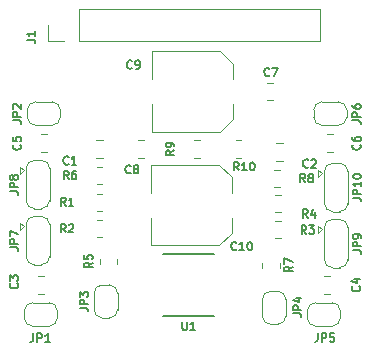
<source format=gbr>
%TF.GenerationSoftware,KiCad,Pcbnew,9.0.5*%
%TF.CreationDate,2025-12-25T12:25:27+05:30*%
%TF.ProjectId,TSH82_Configurable_Op-amp_Board,54534838-325f-4436-9f6e-666967757261,v1.1*%
%TF.SameCoordinates,Original*%
%TF.FileFunction,Legend,Top*%
%TF.FilePolarity,Positive*%
%FSLAX46Y46*%
G04 Gerber Fmt 4.6, Leading zero omitted, Abs format (unit mm)*
G04 Created by KiCad (PCBNEW 9.0.5) date 2025-12-25 12:25:27*
%MOMM*%
%LPD*%
G01*
G04 APERTURE LIST*
%ADD10C,0.150000*%
%ADD11C,0.120000*%
%ADD12C,0.152400*%
G04 APERTURE END LIST*
D10*
X153420833Y-92999366D02*
X153387500Y-93032700D01*
X153387500Y-93032700D02*
X153287500Y-93066033D01*
X153287500Y-93066033D02*
X153220833Y-93066033D01*
X153220833Y-93066033D02*
X153120833Y-93032700D01*
X153120833Y-93032700D02*
X153054167Y-92966033D01*
X153054167Y-92966033D02*
X153020833Y-92899366D01*
X153020833Y-92899366D02*
X152987500Y-92766033D01*
X152987500Y-92766033D02*
X152987500Y-92666033D01*
X152987500Y-92666033D02*
X153020833Y-92532700D01*
X153020833Y-92532700D02*
X153054167Y-92466033D01*
X153054167Y-92466033D02*
X153120833Y-92399366D01*
X153120833Y-92399366D02*
X153220833Y-92366033D01*
X153220833Y-92366033D02*
X153287500Y-92366033D01*
X153287500Y-92366033D02*
X153387500Y-92399366D01*
X153387500Y-92399366D02*
X153420833Y-92432700D01*
X153687500Y-92432700D02*
X153720833Y-92399366D01*
X153720833Y-92399366D02*
X153787500Y-92366033D01*
X153787500Y-92366033D02*
X153954167Y-92366033D01*
X153954167Y-92366033D02*
X154020833Y-92399366D01*
X154020833Y-92399366D02*
X154054167Y-92432700D01*
X154054167Y-92432700D02*
X154087500Y-92499366D01*
X154087500Y-92499366D02*
X154087500Y-92566033D01*
X154087500Y-92566033D02*
X154054167Y-92666033D01*
X154054167Y-92666033D02*
X153654167Y-93066033D01*
X153654167Y-93066033D02*
X154087500Y-93066033D01*
X152153533Y-105420833D02*
X152653533Y-105420833D01*
X152653533Y-105420833D02*
X152753533Y-105454166D01*
X152753533Y-105454166D02*
X152820200Y-105520833D01*
X152820200Y-105520833D02*
X152853533Y-105620833D01*
X152853533Y-105620833D02*
X152853533Y-105687500D01*
X152853533Y-105087500D02*
X152153533Y-105087500D01*
X152153533Y-105087500D02*
X152153533Y-104820833D01*
X152153533Y-104820833D02*
X152186866Y-104754167D01*
X152186866Y-104754167D02*
X152220200Y-104720833D01*
X152220200Y-104720833D02*
X152286866Y-104687500D01*
X152286866Y-104687500D02*
X152386866Y-104687500D01*
X152386866Y-104687500D02*
X152453533Y-104720833D01*
X152453533Y-104720833D02*
X152486866Y-104754167D01*
X152486866Y-104754167D02*
X152520200Y-104820833D01*
X152520200Y-104820833D02*
X152520200Y-105087500D01*
X152386866Y-104087500D02*
X152853533Y-104087500D01*
X152120200Y-104254167D02*
X152620200Y-104420833D01*
X152620200Y-104420833D02*
X152620200Y-103987500D01*
X157736866Y-103116666D02*
X157770200Y-103149999D01*
X157770200Y-103149999D02*
X157803533Y-103249999D01*
X157803533Y-103249999D02*
X157803533Y-103316666D01*
X157803533Y-103316666D02*
X157770200Y-103416666D01*
X157770200Y-103416666D02*
X157703533Y-103483333D01*
X157703533Y-103483333D02*
X157636866Y-103516666D01*
X157636866Y-103516666D02*
X157503533Y-103549999D01*
X157503533Y-103549999D02*
X157403533Y-103549999D01*
X157403533Y-103549999D02*
X157270200Y-103516666D01*
X157270200Y-103516666D02*
X157203533Y-103483333D01*
X157203533Y-103483333D02*
X157136866Y-103416666D01*
X157136866Y-103416666D02*
X157103533Y-103316666D01*
X157103533Y-103316666D02*
X157103533Y-103249999D01*
X157103533Y-103249999D02*
X157136866Y-103149999D01*
X157136866Y-103149999D02*
X157170200Y-103116666D01*
X157336866Y-102516666D02*
X157803533Y-102516666D01*
X157070200Y-102683333D02*
X157570200Y-102849999D01*
X157570200Y-102849999D02*
X157570200Y-102416666D01*
X147337499Y-99999366D02*
X147304166Y-100032700D01*
X147304166Y-100032700D02*
X147204166Y-100066033D01*
X147204166Y-100066033D02*
X147137499Y-100066033D01*
X147137499Y-100066033D02*
X147037499Y-100032700D01*
X147037499Y-100032700D02*
X146970833Y-99966033D01*
X146970833Y-99966033D02*
X146937499Y-99899366D01*
X146937499Y-99899366D02*
X146904166Y-99766033D01*
X146904166Y-99766033D02*
X146904166Y-99666033D01*
X146904166Y-99666033D02*
X146937499Y-99532700D01*
X146937499Y-99532700D02*
X146970833Y-99466033D01*
X146970833Y-99466033D02*
X147037499Y-99399366D01*
X147037499Y-99399366D02*
X147137499Y-99366033D01*
X147137499Y-99366033D02*
X147204166Y-99366033D01*
X147204166Y-99366033D02*
X147304166Y-99399366D01*
X147304166Y-99399366D02*
X147337499Y-99432700D01*
X148004166Y-100066033D02*
X147604166Y-100066033D01*
X147804166Y-100066033D02*
X147804166Y-99366033D01*
X147804166Y-99366033D02*
X147737499Y-99466033D01*
X147737499Y-99466033D02*
X147670833Y-99532700D01*
X147670833Y-99532700D02*
X147604166Y-99566033D01*
X148437500Y-99366033D02*
X148504166Y-99366033D01*
X148504166Y-99366033D02*
X148570833Y-99399366D01*
X148570833Y-99399366D02*
X148604166Y-99432700D01*
X148604166Y-99432700D02*
X148637500Y-99499366D01*
X148637500Y-99499366D02*
X148670833Y-99632700D01*
X148670833Y-99632700D02*
X148670833Y-99799366D01*
X148670833Y-99799366D02*
X148637500Y-99932700D01*
X148637500Y-99932700D02*
X148604166Y-99999366D01*
X148604166Y-99999366D02*
X148570833Y-100032700D01*
X148570833Y-100032700D02*
X148504166Y-100066033D01*
X148504166Y-100066033D02*
X148437500Y-100066033D01*
X148437500Y-100066033D02*
X148370833Y-100032700D01*
X148370833Y-100032700D02*
X148337500Y-99999366D01*
X148337500Y-99999366D02*
X148304166Y-99932700D01*
X148304166Y-99932700D02*
X148270833Y-99799366D01*
X148270833Y-99799366D02*
X148270833Y-99632700D01*
X148270833Y-99632700D02*
X148304166Y-99499366D01*
X148304166Y-99499366D02*
X148337500Y-99432700D01*
X148337500Y-99432700D02*
X148370833Y-99399366D01*
X148370833Y-99399366D02*
X148437500Y-99366033D01*
X152103533Y-101454166D02*
X151770200Y-101687499D01*
X152103533Y-101854166D02*
X151403533Y-101854166D01*
X151403533Y-101854166D02*
X151403533Y-101587499D01*
X151403533Y-101587499D02*
X151436866Y-101520833D01*
X151436866Y-101520833D02*
X151470200Y-101487499D01*
X151470200Y-101487499D02*
X151536866Y-101454166D01*
X151536866Y-101454166D02*
X151636866Y-101454166D01*
X151636866Y-101454166D02*
X151703533Y-101487499D01*
X151703533Y-101487499D02*
X151736866Y-101520833D01*
X151736866Y-101520833D02*
X151770200Y-101587499D01*
X151770200Y-101587499D02*
X151770200Y-101854166D01*
X151403533Y-101220833D02*
X151403533Y-100754166D01*
X151403533Y-100754166D02*
X152103533Y-101054166D01*
X142066033Y-91616666D02*
X141732700Y-91849999D01*
X142066033Y-92016666D02*
X141366033Y-92016666D01*
X141366033Y-92016666D02*
X141366033Y-91749999D01*
X141366033Y-91749999D02*
X141399366Y-91683333D01*
X141399366Y-91683333D02*
X141432700Y-91649999D01*
X141432700Y-91649999D02*
X141499366Y-91616666D01*
X141499366Y-91616666D02*
X141599366Y-91616666D01*
X141599366Y-91616666D02*
X141666033Y-91649999D01*
X141666033Y-91649999D02*
X141699366Y-91683333D01*
X141699366Y-91683333D02*
X141732700Y-91749999D01*
X141732700Y-91749999D02*
X141732700Y-92016666D01*
X142066033Y-91283333D02*
X142066033Y-91149999D01*
X142066033Y-91149999D02*
X142032700Y-91083333D01*
X142032700Y-91083333D02*
X141999366Y-91049999D01*
X141999366Y-91049999D02*
X141899366Y-90983333D01*
X141899366Y-90983333D02*
X141766033Y-90949999D01*
X141766033Y-90949999D02*
X141499366Y-90949999D01*
X141499366Y-90949999D02*
X141432700Y-90983333D01*
X141432700Y-90983333D02*
X141399366Y-91016666D01*
X141399366Y-91016666D02*
X141366033Y-91083333D01*
X141366033Y-91083333D02*
X141366033Y-91216666D01*
X141366033Y-91216666D02*
X141399366Y-91283333D01*
X141399366Y-91283333D02*
X141432700Y-91316666D01*
X141432700Y-91316666D02*
X141499366Y-91349999D01*
X141499366Y-91349999D02*
X141666033Y-91349999D01*
X141666033Y-91349999D02*
X141732700Y-91316666D01*
X141732700Y-91316666D02*
X141766033Y-91283333D01*
X141766033Y-91283333D02*
X141799366Y-91216666D01*
X141799366Y-91216666D02*
X141799366Y-91083333D01*
X141799366Y-91083333D02*
X141766033Y-91016666D01*
X141766033Y-91016666D02*
X141732700Y-90983333D01*
X141732700Y-90983333D02*
X141666033Y-90949999D01*
X134103533Y-104983333D02*
X134603533Y-104983333D01*
X134603533Y-104983333D02*
X134703533Y-105016666D01*
X134703533Y-105016666D02*
X134770200Y-105083333D01*
X134770200Y-105083333D02*
X134803533Y-105183333D01*
X134803533Y-105183333D02*
X134803533Y-105250000D01*
X134803533Y-104650000D02*
X134103533Y-104650000D01*
X134103533Y-104650000D02*
X134103533Y-104383333D01*
X134103533Y-104383333D02*
X134136866Y-104316667D01*
X134136866Y-104316667D02*
X134170200Y-104283333D01*
X134170200Y-104283333D02*
X134236866Y-104250000D01*
X134236866Y-104250000D02*
X134336866Y-104250000D01*
X134336866Y-104250000D02*
X134403533Y-104283333D01*
X134403533Y-104283333D02*
X134436866Y-104316667D01*
X134436866Y-104316667D02*
X134470200Y-104383333D01*
X134470200Y-104383333D02*
X134470200Y-104650000D01*
X134103533Y-104016667D02*
X134103533Y-103583333D01*
X134103533Y-103583333D02*
X134370200Y-103816667D01*
X134370200Y-103816667D02*
X134370200Y-103716667D01*
X134370200Y-103716667D02*
X134403533Y-103650000D01*
X134403533Y-103650000D02*
X134436866Y-103616667D01*
X134436866Y-103616667D02*
X134503533Y-103583333D01*
X134503533Y-103583333D02*
X134670200Y-103583333D01*
X134670200Y-103583333D02*
X134736866Y-103616667D01*
X134736866Y-103616667D02*
X134770200Y-103650000D01*
X134770200Y-103650000D02*
X134803533Y-103716667D01*
X134803533Y-103716667D02*
X134803533Y-103916667D01*
X134803533Y-103916667D02*
X134770200Y-103983333D01*
X134770200Y-103983333D02*
X134736866Y-104016667D01*
X135166033Y-101116666D02*
X134832700Y-101349999D01*
X135166033Y-101516666D02*
X134466033Y-101516666D01*
X134466033Y-101516666D02*
X134466033Y-101249999D01*
X134466033Y-101249999D02*
X134499366Y-101183333D01*
X134499366Y-101183333D02*
X134532700Y-101149999D01*
X134532700Y-101149999D02*
X134599366Y-101116666D01*
X134599366Y-101116666D02*
X134699366Y-101116666D01*
X134699366Y-101116666D02*
X134766033Y-101149999D01*
X134766033Y-101149999D02*
X134799366Y-101183333D01*
X134799366Y-101183333D02*
X134832700Y-101249999D01*
X134832700Y-101249999D02*
X134832700Y-101516666D01*
X134466033Y-100483333D02*
X134466033Y-100816666D01*
X134466033Y-100816666D02*
X134799366Y-100849999D01*
X134799366Y-100849999D02*
X134766033Y-100816666D01*
X134766033Y-100816666D02*
X134732700Y-100749999D01*
X134732700Y-100749999D02*
X134732700Y-100583333D01*
X134732700Y-100583333D02*
X134766033Y-100516666D01*
X134766033Y-100516666D02*
X134799366Y-100483333D01*
X134799366Y-100483333D02*
X134866033Y-100449999D01*
X134866033Y-100449999D02*
X135032700Y-100449999D01*
X135032700Y-100449999D02*
X135099366Y-100483333D01*
X135099366Y-100483333D02*
X135132700Y-100516666D01*
X135132700Y-100516666D02*
X135166033Y-100583333D01*
X135166033Y-100583333D02*
X135166033Y-100749999D01*
X135166033Y-100749999D02*
X135132700Y-100816666D01*
X135132700Y-100816666D02*
X135099366Y-100849999D01*
X157786866Y-91116666D02*
X157820200Y-91149999D01*
X157820200Y-91149999D02*
X157853533Y-91249999D01*
X157853533Y-91249999D02*
X157853533Y-91316666D01*
X157853533Y-91316666D02*
X157820200Y-91416666D01*
X157820200Y-91416666D02*
X157753533Y-91483333D01*
X157753533Y-91483333D02*
X157686866Y-91516666D01*
X157686866Y-91516666D02*
X157553533Y-91549999D01*
X157553533Y-91549999D02*
X157453533Y-91549999D01*
X157453533Y-91549999D02*
X157320200Y-91516666D01*
X157320200Y-91516666D02*
X157253533Y-91483333D01*
X157253533Y-91483333D02*
X157186866Y-91416666D01*
X157186866Y-91416666D02*
X157153533Y-91316666D01*
X157153533Y-91316666D02*
X157153533Y-91249999D01*
X157153533Y-91249999D02*
X157186866Y-91149999D01*
X157186866Y-91149999D02*
X157220200Y-91116666D01*
X157153533Y-90516666D02*
X157153533Y-90649999D01*
X157153533Y-90649999D02*
X157186866Y-90716666D01*
X157186866Y-90716666D02*
X157220200Y-90749999D01*
X157220200Y-90749999D02*
X157320200Y-90816666D01*
X157320200Y-90816666D02*
X157453533Y-90849999D01*
X157453533Y-90849999D02*
X157720200Y-90849999D01*
X157720200Y-90849999D02*
X157786866Y-90816666D01*
X157786866Y-90816666D02*
X157820200Y-90783333D01*
X157820200Y-90783333D02*
X157853533Y-90716666D01*
X157853533Y-90716666D02*
X157853533Y-90583333D01*
X157853533Y-90583333D02*
X157820200Y-90516666D01*
X157820200Y-90516666D02*
X157786866Y-90483333D01*
X157786866Y-90483333D02*
X157720200Y-90449999D01*
X157720200Y-90449999D02*
X157553533Y-90449999D01*
X157553533Y-90449999D02*
X157486866Y-90483333D01*
X157486866Y-90483333D02*
X157453533Y-90516666D01*
X157453533Y-90516666D02*
X157420200Y-90583333D01*
X157420200Y-90583333D02*
X157420200Y-90716666D01*
X157420200Y-90716666D02*
X157453533Y-90783333D01*
X157453533Y-90783333D02*
X157486866Y-90816666D01*
X157486866Y-90816666D02*
X157553533Y-90849999D01*
X157203533Y-100083333D02*
X157703533Y-100083333D01*
X157703533Y-100083333D02*
X157803533Y-100116666D01*
X157803533Y-100116666D02*
X157870200Y-100183333D01*
X157870200Y-100183333D02*
X157903533Y-100283333D01*
X157903533Y-100283333D02*
X157903533Y-100350000D01*
X157903533Y-99750000D02*
X157203533Y-99750000D01*
X157203533Y-99750000D02*
X157203533Y-99483333D01*
X157203533Y-99483333D02*
X157236866Y-99416667D01*
X157236866Y-99416667D02*
X157270200Y-99383333D01*
X157270200Y-99383333D02*
X157336866Y-99350000D01*
X157336866Y-99350000D02*
X157436866Y-99350000D01*
X157436866Y-99350000D02*
X157503533Y-99383333D01*
X157503533Y-99383333D02*
X157536866Y-99416667D01*
X157536866Y-99416667D02*
X157570200Y-99483333D01*
X157570200Y-99483333D02*
X157570200Y-99750000D01*
X157903533Y-99016667D02*
X157903533Y-98883333D01*
X157903533Y-98883333D02*
X157870200Y-98816667D01*
X157870200Y-98816667D02*
X157836866Y-98783333D01*
X157836866Y-98783333D02*
X157736866Y-98716667D01*
X157736866Y-98716667D02*
X157603533Y-98683333D01*
X157603533Y-98683333D02*
X157336866Y-98683333D01*
X157336866Y-98683333D02*
X157270200Y-98716667D01*
X157270200Y-98716667D02*
X157236866Y-98750000D01*
X157236866Y-98750000D02*
X157203533Y-98816667D01*
X157203533Y-98816667D02*
X157203533Y-98950000D01*
X157203533Y-98950000D02*
X157236866Y-99016667D01*
X157236866Y-99016667D02*
X157270200Y-99050000D01*
X157270200Y-99050000D02*
X157336866Y-99083333D01*
X157336866Y-99083333D02*
X157503533Y-99083333D01*
X157503533Y-99083333D02*
X157570200Y-99050000D01*
X157570200Y-99050000D02*
X157603533Y-99016667D01*
X157603533Y-99016667D02*
X157636866Y-98950000D01*
X157636866Y-98950000D02*
X157636866Y-98816667D01*
X157636866Y-98816667D02*
X157603533Y-98750000D01*
X157603533Y-98750000D02*
X157570200Y-98716667D01*
X157570200Y-98716667D02*
X157503533Y-98683333D01*
X150133333Y-85249366D02*
X150100000Y-85282700D01*
X150100000Y-85282700D02*
X150000000Y-85316033D01*
X150000000Y-85316033D02*
X149933333Y-85316033D01*
X149933333Y-85316033D02*
X149833333Y-85282700D01*
X149833333Y-85282700D02*
X149766667Y-85216033D01*
X149766667Y-85216033D02*
X149733333Y-85149366D01*
X149733333Y-85149366D02*
X149700000Y-85016033D01*
X149700000Y-85016033D02*
X149700000Y-84916033D01*
X149700000Y-84916033D02*
X149733333Y-84782700D01*
X149733333Y-84782700D02*
X149766667Y-84716033D01*
X149766667Y-84716033D02*
X149833333Y-84649366D01*
X149833333Y-84649366D02*
X149933333Y-84616033D01*
X149933333Y-84616033D02*
X150000000Y-84616033D01*
X150000000Y-84616033D02*
X150100000Y-84649366D01*
X150100000Y-84649366D02*
X150133333Y-84682700D01*
X150366667Y-84616033D02*
X150833333Y-84616033D01*
X150833333Y-84616033D02*
X150533333Y-85316033D01*
X157153533Y-89083333D02*
X157653533Y-89083333D01*
X157653533Y-89083333D02*
X157753533Y-89116666D01*
X157753533Y-89116666D02*
X157820200Y-89183333D01*
X157820200Y-89183333D02*
X157853533Y-89283333D01*
X157853533Y-89283333D02*
X157853533Y-89350000D01*
X157853533Y-88750000D02*
X157153533Y-88750000D01*
X157153533Y-88750000D02*
X157153533Y-88483333D01*
X157153533Y-88483333D02*
X157186866Y-88416667D01*
X157186866Y-88416667D02*
X157220200Y-88383333D01*
X157220200Y-88383333D02*
X157286866Y-88350000D01*
X157286866Y-88350000D02*
X157386866Y-88350000D01*
X157386866Y-88350000D02*
X157453533Y-88383333D01*
X157453533Y-88383333D02*
X157486866Y-88416667D01*
X157486866Y-88416667D02*
X157520200Y-88483333D01*
X157520200Y-88483333D02*
X157520200Y-88750000D01*
X157153533Y-87750000D02*
X157153533Y-87883333D01*
X157153533Y-87883333D02*
X157186866Y-87950000D01*
X157186866Y-87950000D02*
X157220200Y-87983333D01*
X157220200Y-87983333D02*
X157320200Y-88050000D01*
X157320200Y-88050000D02*
X157453533Y-88083333D01*
X157453533Y-88083333D02*
X157720200Y-88083333D01*
X157720200Y-88083333D02*
X157786866Y-88050000D01*
X157786866Y-88050000D02*
X157820200Y-88016667D01*
X157820200Y-88016667D02*
X157853533Y-87950000D01*
X157853533Y-87950000D02*
X157853533Y-87816667D01*
X157853533Y-87816667D02*
X157820200Y-87750000D01*
X157820200Y-87750000D02*
X157786866Y-87716667D01*
X157786866Y-87716667D02*
X157720200Y-87683333D01*
X157720200Y-87683333D02*
X157553533Y-87683333D01*
X157553533Y-87683333D02*
X157486866Y-87716667D01*
X157486866Y-87716667D02*
X157453533Y-87750000D01*
X157453533Y-87750000D02*
X157420200Y-87816667D01*
X157420200Y-87816667D02*
X157420200Y-87950000D01*
X157420200Y-87950000D02*
X157453533Y-88016667D01*
X157453533Y-88016667D02*
X157486866Y-88050000D01*
X157486866Y-88050000D02*
X157553533Y-88083333D01*
X133133333Y-94066033D02*
X132900000Y-93732700D01*
X132733333Y-94066033D02*
X132733333Y-93366033D01*
X132733333Y-93366033D02*
X133000000Y-93366033D01*
X133000000Y-93366033D02*
X133066667Y-93399366D01*
X133066667Y-93399366D02*
X133100000Y-93432700D01*
X133100000Y-93432700D02*
X133133333Y-93499366D01*
X133133333Y-93499366D02*
X133133333Y-93599366D01*
X133133333Y-93599366D02*
X133100000Y-93666033D01*
X133100000Y-93666033D02*
X133066667Y-93699366D01*
X133066667Y-93699366D02*
X133000000Y-93732700D01*
X133000000Y-93732700D02*
X132733333Y-93732700D01*
X133733333Y-93366033D02*
X133600000Y-93366033D01*
X133600000Y-93366033D02*
X133533333Y-93399366D01*
X133533333Y-93399366D02*
X133500000Y-93432700D01*
X133500000Y-93432700D02*
X133433333Y-93532700D01*
X133433333Y-93532700D02*
X133400000Y-93666033D01*
X133400000Y-93666033D02*
X133400000Y-93932700D01*
X133400000Y-93932700D02*
X133433333Y-93999366D01*
X133433333Y-93999366D02*
X133466667Y-94032700D01*
X133466667Y-94032700D02*
X133533333Y-94066033D01*
X133533333Y-94066033D02*
X133666667Y-94066033D01*
X133666667Y-94066033D02*
X133733333Y-94032700D01*
X133733333Y-94032700D02*
X133766667Y-93999366D01*
X133766667Y-93999366D02*
X133800000Y-93932700D01*
X133800000Y-93932700D02*
X133800000Y-93766033D01*
X133800000Y-93766033D02*
X133766667Y-93699366D01*
X133766667Y-93699366D02*
X133733333Y-93666033D01*
X133733333Y-93666033D02*
X133666667Y-93632700D01*
X133666667Y-93632700D02*
X133533333Y-93632700D01*
X133533333Y-93632700D02*
X133466667Y-93666033D01*
X133466667Y-93666033D02*
X133433333Y-93699366D01*
X133433333Y-93699366D02*
X133400000Y-93766033D01*
X132883333Y-96316033D02*
X132650000Y-95982700D01*
X132483333Y-96316033D02*
X132483333Y-95616033D01*
X132483333Y-95616033D02*
X132750000Y-95616033D01*
X132750000Y-95616033D02*
X132816667Y-95649366D01*
X132816667Y-95649366D02*
X132850000Y-95682700D01*
X132850000Y-95682700D02*
X132883333Y-95749366D01*
X132883333Y-95749366D02*
X132883333Y-95849366D01*
X132883333Y-95849366D02*
X132850000Y-95916033D01*
X132850000Y-95916033D02*
X132816667Y-95949366D01*
X132816667Y-95949366D02*
X132750000Y-95982700D01*
X132750000Y-95982700D02*
X132483333Y-95982700D01*
X133550000Y-96316033D02*
X133150000Y-96316033D01*
X133350000Y-96316033D02*
X133350000Y-95616033D01*
X133350000Y-95616033D02*
X133283333Y-95716033D01*
X133283333Y-95716033D02*
X133216667Y-95782700D01*
X133216667Y-95782700D02*
X133150000Y-95816033D01*
X153170833Y-94316033D02*
X152937500Y-93982700D01*
X152770833Y-94316033D02*
X152770833Y-93616033D01*
X152770833Y-93616033D02*
X153037500Y-93616033D01*
X153037500Y-93616033D02*
X153104167Y-93649366D01*
X153104167Y-93649366D02*
X153137500Y-93682700D01*
X153137500Y-93682700D02*
X153170833Y-93749366D01*
X153170833Y-93749366D02*
X153170833Y-93849366D01*
X153170833Y-93849366D02*
X153137500Y-93916033D01*
X153137500Y-93916033D02*
X153104167Y-93949366D01*
X153104167Y-93949366D02*
X153037500Y-93982700D01*
X153037500Y-93982700D02*
X152770833Y-93982700D01*
X153570833Y-93916033D02*
X153504167Y-93882700D01*
X153504167Y-93882700D02*
X153470833Y-93849366D01*
X153470833Y-93849366D02*
X153437500Y-93782700D01*
X153437500Y-93782700D02*
X153437500Y-93749366D01*
X153437500Y-93749366D02*
X153470833Y-93682700D01*
X153470833Y-93682700D02*
X153504167Y-93649366D01*
X153504167Y-93649366D02*
X153570833Y-93616033D01*
X153570833Y-93616033D02*
X153704167Y-93616033D01*
X153704167Y-93616033D02*
X153770833Y-93649366D01*
X153770833Y-93649366D02*
X153804167Y-93682700D01*
X153804167Y-93682700D02*
X153837500Y-93749366D01*
X153837500Y-93749366D02*
X153837500Y-93782700D01*
X153837500Y-93782700D02*
X153804167Y-93849366D01*
X153804167Y-93849366D02*
X153770833Y-93882700D01*
X153770833Y-93882700D02*
X153704167Y-93916033D01*
X153704167Y-93916033D02*
X153570833Y-93916033D01*
X153570833Y-93916033D02*
X153504167Y-93949366D01*
X153504167Y-93949366D02*
X153470833Y-93982700D01*
X153470833Y-93982700D02*
X153437500Y-94049366D01*
X153437500Y-94049366D02*
X153437500Y-94182700D01*
X153437500Y-94182700D02*
X153470833Y-94249366D01*
X153470833Y-94249366D02*
X153504167Y-94282700D01*
X153504167Y-94282700D02*
X153570833Y-94316033D01*
X153570833Y-94316033D02*
X153704167Y-94316033D01*
X153704167Y-94316033D02*
X153770833Y-94282700D01*
X153770833Y-94282700D02*
X153804167Y-94249366D01*
X153804167Y-94249366D02*
X153837500Y-94182700D01*
X153837500Y-94182700D02*
X153837500Y-94049366D01*
X153837500Y-94049366D02*
X153804167Y-93982700D01*
X153804167Y-93982700D02*
X153770833Y-93949366D01*
X153770833Y-93949366D02*
X153704167Y-93916033D01*
X138383333Y-93499366D02*
X138350000Y-93532700D01*
X138350000Y-93532700D02*
X138250000Y-93566033D01*
X138250000Y-93566033D02*
X138183333Y-93566033D01*
X138183333Y-93566033D02*
X138083333Y-93532700D01*
X138083333Y-93532700D02*
X138016667Y-93466033D01*
X138016667Y-93466033D02*
X137983333Y-93399366D01*
X137983333Y-93399366D02*
X137950000Y-93266033D01*
X137950000Y-93266033D02*
X137950000Y-93166033D01*
X137950000Y-93166033D02*
X137983333Y-93032700D01*
X137983333Y-93032700D02*
X138016667Y-92966033D01*
X138016667Y-92966033D02*
X138083333Y-92899366D01*
X138083333Y-92899366D02*
X138183333Y-92866033D01*
X138183333Y-92866033D02*
X138250000Y-92866033D01*
X138250000Y-92866033D02*
X138350000Y-92899366D01*
X138350000Y-92899366D02*
X138383333Y-92932700D01*
X138783333Y-93166033D02*
X138716667Y-93132700D01*
X138716667Y-93132700D02*
X138683333Y-93099366D01*
X138683333Y-93099366D02*
X138650000Y-93032700D01*
X138650000Y-93032700D02*
X138650000Y-92999366D01*
X138650000Y-92999366D02*
X138683333Y-92932700D01*
X138683333Y-92932700D02*
X138716667Y-92899366D01*
X138716667Y-92899366D02*
X138783333Y-92866033D01*
X138783333Y-92866033D02*
X138916667Y-92866033D01*
X138916667Y-92866033D02*
X138983333Y-92899366D01*
X138983333Y-92899366D02*
X139016667Y-92932700D01*
X139016667Y-92932700D02*
X139050000Y-92999366D01*
X139050000Y-92999366D02*
X139050000Y-93032700D01*
X139050000Y-93032700D02*
X139016667Y-93099366D01*
X139016667Y-93099366D02*
X138983333Y-93132700D01*
X138983333Y-93132700D02*
X138916667Y-93166033D01*
X138916667Y-93166033D02*
X138783333Y-93166033D01*
X138783333Y-93166033D02*
X138716667Y-93199366D01*
X138716667Y-93199366D02*
X138683333Y-93232700D01*
X138683333Y-93232700D02*
X138650000Y-93299366D01*
X138650000Y-93299366D02*
X138650000Y-93432700D01*
X138650000Y-93432700D02*
X138683333Y-93499366D01*
X138683333Y-93499366D02*
X138716667Y-93532700D01*
X138716667Y-93532700D02*
X138783333Y-93566033D01*
X138783333Y-93566033D02*
X138916667Y-93566033D01*
X138916667Y-93566033D02*
X138983333Y-93532700D01*
X138983333Y-93532700D02*
X139016667Y-93499366D01*
X139016667Y-93499366D02*
X139050000Y-93432700D01*
X139050000Y-93432700D02*
X139050000Y-93299366D01*
X139050000Y-93299366D02*
X139016667Y-93232700D01*
X139016667Y-93232700D02*
X138983333Y-93199366D01*
X138983333Y-93199366D02*
X138916667Y-93166033D01*
X157203533Y-95666666D02*
X157703533Y-95666666D01*
X157703533Y-95666666D02*
X157803533Y-95699999D01*
X157803533Y-95699999D02*
X157870200Y-95766666D01*
X157870200Y-95766666D02*
X157903533Y-95866666D01*
X157903533Y-95866666D02*
X157903533Y-95933333D01*
X157903533Y-95333333D02*
X157203533Y-95333333D01*
X157203533Y-95333333D02*
X157203533Y-95066666D01*
X157203533Y-95066666D02*
X157236866Y-95000000D01*
X157236866Y-95000000D02*
X157270200Y-94966666D01*
X157270200Y-94966666D02*
X157336866Y-94933333D01*
X157336866Y-94933333D02*
X157436866Y-94933333D01*
X157436866Y-94933333D02*
X157503533Y-94966666D01*
X157503533Y-94966666D02*
X157536866Y-95000000D01*
X157536866Y-95000000D02*
X157570200Y-95066666D01*
X157570200Y-95066666D02*
X157570200Y-95333333D01*
X157903533Y-94266666D02*
X157903533Y-94666666D01*
X157903533Y-94466666D02*
X157203533Y-94466666D01*
X157203533Y-94466666D02*
X157303533Y-94533333D01*
X157303533Y-94533333D02*
X157370200Y-94600000D01*
X157370200Y-94600000D02*
X157403533Y-94666666D01*
X157203533Y-93833333D02*
X157203533Y-93766666D01*
X157203533Y-93766666D02*
X157236866Y-93699999D01*
X157236866Y-93699999D02*
X157270200Y-93666666D01*
X157270200Y-93666666D02*
X157336866Y-93633333D01*
X157336866Y-93633333D02*
X157470200Y-93599999D01*
X157470200Y-93599999D02*
X157636866Y-93599999D01*
X157636866Y-93599999D02*
X157770200Y-93633333D01*
X157770200Y-93633333D02*
X157836866Y-93666666D01*
X157836866Y-93666666D02*
X157870200Y-93699999D01*
X157870200Y-93699999D02*
X157903533Y-93766666D01*
X157903533Y-93766666D02*
X157903533Y-93833333D01*
X157903533Y-93833333D02*
X157870200Y-93899999D01*
X157870200Y-93899999D02*
X157836866Y-93933333D01*
X157836866Y-93933333D02*
X157770200Y-93966666D01*
X157770200Y-93966666D02*
X157636866Y-93999999D01*
X157636866Y-93999999D02*
X157470200Y-93999999D01*
X157470200Y-93999999D02*
X157336866Y-93966666D01*
X157336866Y-93966666D02*
X157270200Y-93933333D01*
X157270200Y-93933333D02*
X157236866Y-93899999D01*
X157236866Y-93899999D02*
X157203533Y-93833333D01*
X128153533Y-99833333D02*
X128653533Y-99833333D01*
X128653533Y-99833333D02*
X128753533Y-99866666D01*
X128753533Y-99866666D02*
X128820200Y-99933333D01*
X128820200Y-99933333D02*
X128853533Y-100033333D01*
X128853533Y-100033333D02*
X128853533Y-100100000D01*
X128853533Y-99500000D02*
X128153533Y-99500000D01*
X128153533Y-99500000D02*
X128153533Y-99233333D01*
X128153533Y-99233333D02*
X128186866Y-99166667D01*
X128186866Y-99166667D02*
X128220200Y-99133333D01*
X128220200Y-99133333D02*
X128286866Y-99100000D01*
X128286866Y-99100000D02*
X128386866Y-99100000D01*
X128386866Y-99100000D02*
X128453533Y-99133333D01*
X128453533Y-99133333D02*
X128486866Y-99166667D01*
X128486866Y-99166667D02*
X128520200Y-99233333D01*
X128520200Y-99233333D02*
X128520200Y-99500000D01*
X128153533Y-98866667D02*
X128153533Y-98400000D01*
X128153533Y-98400000D02*
X128853533Y-98700000D01*
X147549999Y-93316033D02*
X147316666Y-92982700D01*
X147149999Y-93316033D02*
X147149999Y-92616033D01*
X147149999Y-92616033D02*
X147416666Y-92616033D01*
X147416666Y-92616033D02*
X147483333Y-92649366D01*
X147483333Y-92649366D02*
X147516666Y-92682700D01*
X147516666Y-92682700D02*
X147549999Y-92749366D01*
X147549999Y-92749366D02*
X147549999Y-92849366D01*
X147549999Y-92849366D02*
X147516666Y-92916033D01*
X147516666Y-92916033D02*
X147483333Y-92949366D01*
X147483333Y-92949366D02*
X147416666Y-92982700D01*
X147416666Y-92982700D02*
X147149999Y-92982700D01*
X148216666Y-93316033D02*
X147816666Y-93316033D01*
X148016666Y-93316033D02*
X148016666Y-92616033D01*
X148016666Y-92616033D02*
X147949999Y-92716033D01*
X147949999Y-92716033D02*
X147883333Y-92782700D01*
X147883333Y-92782700D02*
X147816666Y-92816033D01*
X148650000Y-92616033D02*
X148716666Y-92616033D01*
X148716666Y-92616033D02*
X148783333Y-92649366D01*
X148783333Y-92649366D02*
X148816666Y-92682700D01*
X148816666Y-92682700D02*
X148850000Y-92749366D01*
X148850000Y-92749366D02*
X148883333Y-92882700D01*
X148883333Y-92882700D02*
X148883333Y-93049366D01*
X148883333Y-93049366D02*
X148850000Y-93182700D01*
X148850000Y-93182700D02*
X148816666Y-93249366D01*
X148816666Y-93249366D02*
X148783333Y-93282700D01*
X148783333Y-93282700D02*
X148716666Y-93316033D01*
X148716666Y-93316033D02*
X148650000Y-93316033D01*
X148650000Y-93316033D02*
X148583333Y-93282700D01*
X148583333Y-93282700D02*
X148550000Y-93249366D01*
X148550000Y-93249366D02*
X148516666Y-93182700D01*
X148516666Y-93182700D02*
X148483333Y-93049366D01*
X148483333Y-93049366D02*
X148483333Y-92882700D01*
X148483333Y-92882700D02*
X148516666Y-92749366D01*
X148516666Y-92749366D02*
X148550000Y-92682700D01*
X148550000Y-92682700D02*
X148583333Y-92649366D01*
X148583333Y-92649366D02*
X148650000Y-92616033D01*
X154229166Y-107116033D02*
X154229166Y-107616033D01*
X154229166Y-107616033D02*
X154195833Y-107716033D01*
X154195833Y-107716033D02*
X154129166Y-107782700D01*
X154129166Y-107782700D02*
X154029166Y-107816033D01*
X154029166Y-107816033D02*
X153962500Y-107816033D01*
X154562499Y-107816033D02*
X154562499Y-107116033D01*
X154562499Y-107116033D02*
X154829166Y-107116033D01*
X154829166Y-107116033D02*
X154895833Y-107149366D01*
X154895833Y-107149366D02*
X154929166Y-107182700D01*
X154929166Y-107182700D02*
X154962499Y-107249366D01*
X154962499Y-107249366D02*
X154962499Y-107349366D01*
X154962499Y-107349366D02*
X154929166Y-107416033D01*
X154929166Y-107416033D02*
X154895833Y-107449366D01*
X154895833Y-107449366D02*
X154829166Y-107482700D01*
X154829166Y-107482700D02*
X154562499Y-107482700D01*
X155595833Y-107116033D02*
X155262499Y-107116033D01*
X155262499Y-107116033D02*
X155229166Y-107449366D01*
X155229166Y-107449366D02*
X155262499Y-107416033D01*
X155262499Y-107416033D02*
X155329166Y-107382700D01*
X155329166Y-107382700D02*
X155495833Y-107382700D01*
X155495833Y-107382700D02*
X155562499Y-107416033D01*
X155562499Y-107416033D02*
X155595833Y-107449366D01*
X155595833Y-107449366D02*
X155629166Y-107516033D01*
X155629166Y-107516033D02*
X155629166Y-107682700D01*
X155629166Y-107682700D02*
X155595833Y-107749366D01*
X155595833Y-107749366D02*
X155562499Y-107782700D01*
X155562499Y-107782700D02*
X155495833Y-107816033D01*
X155495833Y-107816033D02*
X155329166Y-107816033D01*
X155329166Y-107816033D02*
X155262499Y-107782700D01*
X155262499Y-107782700D02*
X155229166Y-107749366D01*
X128403533Y-89083333D02*
X128903533Y-89083333D01*
X128903533Y-89083333D02*
X129003533Y-89116666D01*
X129003533Y-89116666D02*
X129070200Y-89183333D01*
X129070200Y-89183333D02*
X129103533Y-89283333D01*
X129103533Y-89283333D02*
X129103533Y-89350000D01*
X129103533Y-88750000D02*
X128403533Y-88750000D01*
X128403533Y-88750000D02*
X128403533Y-88483333D01*
X128403533Y-88483333D02*
X128436866Y-88416667D01*
X128436866Y-88416667D02*
X128470200Y-88383333D01*
X128470200Y-88383333D02*
X128536866Y-88350000D01*
X128536866Y-88350000D02*
X128636866Y-88350000D01*
X128636866Y-88350000D02*
X128703533Y-88383333D01*
X128703533Y-88383333D02*
X128736866Y-88416667D01*
X128736866Y-88416667D02*
X128770200Y-88483333D01*
X128770200Y-88483333D02*
X128770200Y-88750000D01*
X128470200Y-88083333D02*
X128436866Y-88050000D01*
X128436866Y-88050000D02*
X128403533Y-87983333D01*
X128403533Y-87983333D02*
X128403533Y-87816667D01*
X128403533Y-87816667D02*
X128436866Y-87750000D01*
X128436866Y-87750000D02*
X128470200Y-87716667D01*
X128470200Y-87716667D02*
X128536866Y-87683333D01*
X128536866Y-87683333D02*
X128603533Y-87683333D01*
X128603533Y-87683333D02*
X128703533Y-87716667D01*
X128703533Y-87716667D02*
X129103533Y-88116667D01*
X129103533Y-88116667D02*
X129103533Y-87683333D01*
X133133333Y-92749366D02*
X133100000Y-92782700D01*
X133100000Y-92782700D02*
X133000000Y-92816033D01*
X133000000Y-92816033D02*
X132933333Y-92816033D01*
X132933333Y-92816033D02*
X132833333Y-92782700D01*
X132833333Y-92782700D02*
X132766667Y-92716033D01*
X132766667Y-92716033D02*
X132733333Y-92649366D01*
X132733333Y-92649366D02*
X132700000Y-92516033D01*
X132700000Y-92516033D02*
X132700000Y-92416033D01*
X132700000Y-92416033D02*
X132733333Y-92282700D01*
X132733333Y-92282700D02*
X132766667Y-92216033D01*
X132766667Y-92216033D02*
X132833333Y-92149366D01*
X132833333Y-92149366D02*
X132933333Y-92116033D01*
X132933333Y-92116033D02*
X133000000Y-92116033D01*
X133000000Y-92116033D02*
X133100000Y-92149366D01*
X133100000Y-92149366D02*
X133133333Y-92182700D01*
X133800000Y-92816033D02*
X133400000Y-92816033D01*
X133600000Y-92816033D02*
X133600000Y-92116033D01*
X133600000Y-92116033D02*
X133533333Y-92216033D01*
X133533333Y-92216033D02*
X133466667Y-92282700D01*
X133466667Y-92282700D02*
X133400000Y-92316033D01*
X129036866Y-91116666D02*
X129070200Y-91149999D01*
X129070200Y-91149999D02*
X129103533Y-91249999D01*
X129103533Y-91249999D02*
X129103533Y-91316666D01*
X129103533Y-91316666D02*
X129070200Y-91416666D01*
X129070200Y-91416666D02*
X129003533Y-91483333D01*
X129003533Y-91483333D02*
X128936866Y-91516666D01*
X128936866Y-91516666D02*
X128803533Y-91549999D01*
X128803533Y-91549999D02*
X128703533Y-91549999D01*
X128703533Y-91549999D02*
X128570200Y-91516666D01*
X128570200Y-91516666D02*
X128503533Y-91483333D01*
X128503533Y-91483333D02*
X128436866Y-91416666D01*
X128436866Y-91416666D02*
X128403533Y-91316666D01*
X128403533Y-91316666D02*
X128403533Y-91249999D01*
X128403533Y-91249999D02*
X128436866Y-91149999D01*
X128436866Y-91149999D02*
X128470200Y-91116666D01*
X128403533Y-90483333D02*
X128403533Y-90816666D01*
X128403533Y-90816666D02*
X128736866Y-90849999D01*
X128736866Y-90849999D02*
X128703533Y-90816666D01*
X128703533Y-90816666D02*
X128670200Y-90749999D01*
X128670200Y-90749999D02*
X128670200Y-90583333D01*
X128670200Y-90583333D02*
X128703533Y-90516666D01*
X128703533Y-90516666D02*
X128736866Y-90483333D01*
X128736866Y-90483333D02*
X128803533Y-90449999D01*
X128803533Y-90449999D02*
X128970200Y-90449999D01*
X128970200Y-90449999D02*
X129036866Y-90483333D01*
X129036866Y-90483333D02*
X129070200Y-90516666D01*
X129070200Y-90516666D02*
X129103533Y-90583333D01*
X129103533Y-90583333D02*
X129103533Y-90749999D01*
X129103533Y-90749999D02*
X129070200Y-90816666D01*
X129070200Y-90816666D02*
X129036866Y-90849999D01*
X153383333Y-97316033D02*
X153150000Y-96982700D01*
X152983333Y-97316033D02*
X152983333Y-96616033D01*
X152983333Y-96616033D02*
X153250000Y-96616033D01*
X153250000Y-96616033D02*
X153316667Y-96649366D01*
X153316667Y-96649366D02*
X153350000Y-96682700D01*
X153350000Y-96682700D02*
X153383333Y-96749366D01*
X153383333Y-96749366D02*
X153383333Y-96849366D01*
X153383333Y-96849366D02*
X153350000Y-96916033D01*
X153350000Y-96916033D02*
X153316667Y-96949366D01*
X153316667Y-96949366D02*
X153250000Y-96982700D01*
X153250000Y-96982700D02*
X152983333Y-96982700D01*
X153983333Y-96849366D02*
X153983333Y-97316033D01*
X153816667Y-96582700D02*
X153650000Y-97082700D01*
X153650000Y-97082700D02*
X154083333Y-97082700D01*
X128786866Y-102866666D02*
X128820200Y-102899999D01*
X128820200Y-102899999D02*
X128853533Y-102999999D01*
X128853533Y-102999999D02*
X128853533Y-103066666D01*
X128853533Y-103066666D02*
X128820200Y-103166666D01*
X128820200Y-103166666D02*
X128753533Y-103233333D01*
X128753533Y-103233333D02*
X128686866Y-103266666D01*
X128686866Y-103266666D02*
X128553533Y-103299999D01*
X128553533Y-103299999D02*
X128453533Y-103299999D01*
X128453533Y-103299999D02*
X128320200Y-103266666D01*
X128320200Y-103266666D02*
X128253533Y-103233333D01*
X128253533Y-103233333D02*
X128186866Y-103166666D01*
X128186866Y-103166666D02*
X128153533Y-103066666D01*
X128153533Y-103066666D02*
X128153533Y-102999999D01*
X128153533Y-102999999D02*
X128186866Y-102899999D01*
X128186866Y-102899999D02*
X128220200Y-102866666D01*
X128153533Y-102633333D02*
X128153533Y-102199999D01*
X128153533Y-102199999D02*
X128420200Y-102433333D01*
X128420200Y-102433333D02*
X128420200Y-102333333D01*
X128420200Y-102333333D02*
X128453533Y-102266666D01*
X128453533Y-102266666D02*
X128486866Y-102233333D01*
X128486866Y-102233333D02*
X128553533Y-102199999D01*
X128553533Y-102199999D02*
X128720200Y-102199999D01*
X128720200Y-102199999D02*
X128786866Y-102233333D01*
X128786866Y-102233333D02*
X128820200Y-102266666D01*
X128820200Y-102266666D02*
X128853533Y-102333333D01*
X128853533Y-102333333D02*
X128853533Y-102533333D01*
X128853533Y-102533333D02*
X128820200Y-102599999D01*
X128820200Y-102599999D02*
X128786866Y-102633333D01*
X153258333Y-98653533D02*
X153025000Y-98320200D01*
X152858333Y-98653533D02*
X152858333Y-97953533D01*
X152858333Y-97953533D02*
X153125000Y-97953533D01*
X153125000Y-97953533D02*
X153191667Y-97986866D01*
X153191667Y-97986866D02*
X153225000Y-98020200D01*
X153225000Y-98020200D02*
X153258333Y-98086866D01*
X153258333Y-98086866D02*
X153258333Y-98186866D01*
X153258333Y-98186866D02*
X153225000Y-98253533D01*
X153225000Y-98253533D02*
X153191667Y-98286866D01*
X153191667Y-98286866D02*
X153125000Y-98320200D01*
X153125000Y-98320200D02*
X152858333Y-98320200D01*
X153491667Y-97953533D02*
X153925000Y-97953533D01*
X153925000Y-97953533D02*
X153691667Y-98220200D01*
X153691667Y-98220200D02*
X153791667Y-98220200D01*
X153791667Y-98220200D02*
X153858333Y-98253533D01*
X153858333Y-98253533D02*
X153891667Y-98286866D01*
X153891667Y-98286866D02*
X153925000Y-98353533D01*
X153925000Y-98353533D02*
X153925000Y-98520200D01*
X153925000Y-98520200D02*
X153891667Y-98586866D01*
X153891667Y-98586866D02*
X153858333Y-98620200D01*
X153858333Y-98620200D02*
X153791667Y-98653533D01*
X153791667Y-98653533D02*
X153591667Y-98653533D01*
X153591667Y-98653533D02*
X153525000Y-98620200D01*
X153525000Y-98620200D02*
X153491667Y-98586866D01*
X138508333Y-84624366D02*
X138475000Y-84657700D01*
X138475000Y-84657700D02*
X138375000Y-84691033D01*
X138375000Y-84691033D02*
X138308333Y-84691033D01*
X138308333Y-84691033D02*
X138208333Y-84657700D01*
X138208333Y-84657700D02*
X138141667Y-84591033D01*
X138141667Y-84591033D02*
X138108333Y-84524366D01*
X138108333Y-84524366D02*
X138075000Y-84391033D01*
X138075000Y-84391033D02*
X138075000Y-84291033D01*
X138075000Y-84291033D02*
X138108333Y-84157700D01*
X138108333Y-84157700D02*
X138141667Y-84091033D01*
X138141667Y-84091033D02*
X138208333Y-84024366D01*
X138208333Y-84024366D02*
X138308333Y-83991033D01*
X138308333Y-83991033D02*
X138375000Y-83991033D01*
X138375000Y-83991033D02*
X138475000Y-84024366D01*
X138475000Y-84024366D02*
X138508333Y-84057700D01*
X138841667Y-84691033D02*
X138975000Y-84691033D01*
X138975000Y-84691033D02*
X139041667Y-84657700D01*
X139041667Y-84657700D02*
X139075000Y-84624366D01*
X139075000Y-84624366D02*
X139141667Y-84524366D01*
X139141667Y-84524366D02*
X139175000Y-84391033D01*
X139175000Y-84391033D02*
X139175000Y-84124366D01*
X139175000Y-84124366D02*
X139141667Y-84057700D01*
X139141667Y-84057700D02*
X139108333Y-84024366D01*
X139108333Y-84024366D02*
X139041667Y-83991033D01*
X139041667Y-83991033D02*
X138908333Y-83991033D01*
X138908333Y-83991033D02*
X138841667Y-84024366D01*
X138841667Y-84024366D02*
X138808333Y-84057700D01*
X138808333Y-84057700D02*
X138775000Y-84124366D01*
X138775000Y-84124366D02*
X138775000Y-84291033D01*
X138775000Y-84291033D02*
X138808333Y-84357700D01*
X138808333Y-84357700D02*
X138841667Y-84391033D01*
X138841667Y-84391033D02*
X138908333Y-84424366D01*
X138908333Y-84424366D02*
X139041667Y-84424366D01*
X139041667Y-84424366D02*
X139108333Y-84391033D01*
X139108333Y-84391033D02*
X139141667Y-84357700D01*
X139141667Y-84357700D02*
X139175000Y-84291033D01*
X130166666Y-107116033D02*
X130166666Y-107616033D01*
X130166666Y-107616033D02*
X130133333Y-107716033D01*
X130133333Y-107716033D02*
X130066666Y-107782700D01*
X130066666Y-107782700D02*
X129966666Y-107816033D01*
X129966666Y-107816033D02*
X129900000Y-107816033D01*
X130499999Y-107816033D02*
X130499999Y-107116033D01*
X130499999Y-107116033D02*
X130766666Y-107116033D01*
X130766666Y-107116033D02*
X130833333Y-107149366D01*
X130833333Y-107149366D02*
X130866666Y-107182700D01*
X130866666Y-107182700D02*
X130899999Y-107249366D01*
X130899999Y-107249366D02*
X130899999Y-107349366D01*
X130899999Y-107349366D02*
X130866666Y-107416033D01*
X130866666Y-107416033D02*
X130833333Y-107449366D01*
X130833333Y-107449366D02*
X130766666Y-107482700D01*
X130766666Y-107482700D02*
X130499999Y-107482700D01*
X131566666Y-107816033D02*
X131166666Y-107816033D01*
X131366666Y-107816033D02*
X131366666Y-107116033D01*
X131366666Y-107116033D02*
X131299999Y-107216033D01*
X131299999Y-107216033D02*
X131233333Y-107282700D01*
X131233333Y-107282700D02*
X131166666Y-107316033D01*
X132883333Y-98566033D02*
X132650000Y-98232700D01*
X132483333Y-98566033D02*
X132483333Y-97866033D01*
X132483333Y-97866033D02*
X132750000Y-97866033D01*
X132750000Y-97866033D02*
X132816667Y-97899366D01*
X132816667Y-97899366D02*
X132850000Y-97932700D01*
X132850000Y-97932700D02*
X132883333Y-97999366D01*
X132883333Y-97999366D02*
X132883333Y-98099366D01*
X132883333Y-98099366D02*
X132850000Y-98166033D01*
X132850000Y-98166033D02*
X132816667Y-98199366D01*
X132816667Y-98199366D02*
X132750000Y-98232700D01*
X132750000Y-98232700D02*
X132483333Y-98232700D01*
X133150000Y-97932700D02*
X133183333Y-97899366D01*
X133183333Y-97899366D02*
X133250000Y-97866033D01*
X133250000Y-97866033D02*
X133416667Y-97866033D01*
X133416667Y-97866033D02*
X133483333Y-97899366D01*
X133483333Y-97899366D02*
X133516667Y-97932700D01*
X133516667Y-97932700D02*
X133550000Y-97999366D01*
X133550000Y-97999366D02*
X133550000Y-98066033D01*
X133550000Y-98066033D02*
X133516667Y-98166033D01*
X133516667Y-98166033D02*
X133116667Y-98566033D01*
X133116667Y-98566033D02*
X133550000Y-98566033D01*
X129616033Y-82233333D02*
X130116033Y-82233333D01*
X130116033Y-82233333D02*
X130216033Y-82266666D01*
X130216033Y-82266666D02*
X130282700Y-82333333D01*
X130282700Y-82333333D02*
X130316033Y-82433333D01*
X130316033Y-82433333D02*
X130316033Y-82500000D01*
X130316033Y-81533333D02*
X130316033Y-81933333D01*
X130316033Y-81733333D02*
X129616033Y-81733333D01*
X129616033Y-81733333D02*
X129716033Y-81800000D01*
X129716033Y-81800000D02*
X129782700Y-81866667D01*
X129782700Y-81866667D02*
X129816033Y-81933333D01*
X142754166Y-106116033D02*
X142754166Y-106682700D01*
X142754166Y-106682700D02*
X142787500Y-106749366D01*
X142787500Y-106749366D02*
X142820833Y-106782700D01*
X142820833Y-106782700D02*
X142887500Y-106816033D01*
X142887500Y-106816033D02*
X143020833Y-106816033D01*
X143020833Y-106816033D02*
X143087500Y-106782700D01*
X143087500Y-106782700D02*
X143120833Y-106749366D01*
X143120833Y-106749366D02*
X143154166Y-106682700D01*
X143154166Y-106682700D02*
X143154166Y-106116033D01*
X143854166Y-106816033D02*
X143454166Y-106816033D01*
X143654166Y-106816033D02*
X143654166Y-106116033D01*
X143654166Y-106116033D02*
X143587499Y-106216033D01*
X143587499Y-106216033D02*
X143520833Y-106282700D01*
X143520833Y-106282700D02*
X143454166Y-106316033D01*
X128153533Y-95083333D02*
X128653533Y-95083333D01*
X128653533Y-95083333D02*
X128753533Y-95116666D01*
X128753533Y-95116666D02*
X128820200Y-95183333D01*
X128820200Y-95183333D02*
X128853533Y-95283333D01*
X128853533Y-95283333D02*
X128853533Y-95350000D01*
X128853533Y-94750000D02*
X128153533Y-94750000D01*
X128153533Y-94750000D02*
X128153533Y-94483333D01*
X128153533Y-94483333D02*
X128186866Y-94416667D01*
X128186866Y-94416667D02*
X128220200Y-94383333D01*
X128220200Y-94383333D02*
X128286866Y-94350000D01*
X128286866Y-94350000D02*
X128386866Y-94350000D01*
X128386866Y-94350000D02*
X128453533Y-94383333D01*
X128453533Y-94383333D02*
X128486866Y-94416667D01*
X128486866Y-94416667D02*
X128520200Y-94483333D01*
X128520200Y-94483333D02*
X128520200Y-94750000D01*
X128453533Y-93950000D02*
X128420200Y-94016667D01*
X128420200Y-94016667D02*
X128386866Y-94050000D01*
X128386866Y-94050000D02*
X128320200Y-94083333D01*
X128320200Y-94083333D02*
X128286866Y-94083333D01*
X128286866Y-94083333D02*
X128220200Y-94050000D01*
X128220200Y-94050000D02*
X128186866Y-94016667D01*
X128186866Y-94016667D02*
X128153533Y-93950000D01*
X128153533Y-93950000D02*
X128153533Y-93816667D01*
X128153533Y-93816667D02*
X128186866Y-93750000D01*
X128186866Y-93750000D02*
X128220200Y-93716667D01*
X128220200Y-93716667D02*
X128286866Y-93683333D01*
X128286866Y-93683333D02*
X128320200Y-93683333D01*
X128320200Y-93683333D02*
X128386866Y-93716667D01*
X128386866Y-93716667D02*
X128420200Y-93750000D01*
X128420200Y-93750000D02*
X128453533Y-93816667D01*
X128453533Y-93816667D02*
X128453533Y-93950000D01*
X128453533Y-93950000D02*
X128486866Y-94016667D01*
X128486866Y-94016667D02*
X128520200Y-94050000D01*
X128520200Y-94050000D02*
X128586866Y-94083333D01*
X128586866Y-94083333D02*
X128720200Y-94083333D01*
X128720200Y-94083333D02*
X128786866Y-94050000D01*
X128786866Y-94050000D02*
X128820200Y-94016667D01*
X128820200Y-94016667D02*
X128853533Y-93950000D01*
X128853533Y-93950000D02*
X128853533Y-93816667D01*
X128853533Y-93816667D02*
X128820200Y-93750000D01*
X128820200Y-93750000D02*
X128786866Y-93716667D01*
X128786866Y-93716667D02*
X128720200Y-93683333D01*
X128720200Y-93683333D02*
X128586866Y-93683333D01*
X128586866Y-93683333D02*
X128520200Y-93716667D01*
X128520200Y-93716667D02*
X128486866Y-93750000D01*
X128486866Y-93750000D02*
X128453533Y-93816667D01*
D11*
%TO.C,C2*%
X150726248Y-91015000D02*
X151248752Y-91015000D01*
X150726248Y-92485000D02*
X151248752Y-92485000D01*
%TO.C,JP4*%
X149537500Y-105637500D02*
X149537500Y-104237500D01*
X150237500Y-103537500D02*
X150837500Y-103537500D01*
X150837500Y-106337500D02*
X150237500Y-106337500D01*
X151537500Y-104237500D02*
X151537500Y-105637500D01*
X149537500Y-104237500D02*
G75*
G02*
X150237500Y-103537500I700000J0D01*
G01*
X150237500Y-106337500D02*
G75*
G02*
X149537500Y-105637500I-1J699999D01*
G01*
X150837500Y-103537500D02*
G75*
G02*
X151537500Y-104237500I0J-700000D01*
G01*
X151537500Y-105637500D02*
G75*
G02*
X150837500Y-106337500I-699999J-1D01*
G01*
%TO.C,C4*%
X155298752Y-102265000D02*
X154776248Y-102265000D01*
X155298752Y-103735000D02*
X154776248Y-103735000D01*
%TO.C,C10*%
X140127500Y-92840000D02*
X140127500Y-95190000D01*
X140127500Y-99660000D02*
X140127500Y-97310000D01*
X145883063Y-92840000D02*
X140127500Y-92840000D01*
X145883063Y-99660000D02*
X140127500Y-99660000D01*
X146947500Y-93904437D02*
X145883063Y-92840000D01*
X146947500Y-93904437D02*
X146947500Y-95190000D01*
X146947500Y-98595563D02*
X145883063Y-99660000D01*
X146947500Y-98595563D02*
X146947500Y-97310000D01*
%TO.C,R7*%
X149552500Y-101564564D02*
X149552500Y-101110436D01*
X151022500Y-101564564D02*
X151022500Y-101110436D01*
%TO.C,R9*%
X144227064Y-90765000D02*
X143772936Y-90765000D01*
X144227064Y-92235000D02*
X143772936Y-92235000D01*
%TO.C,JP3*%
X135287500Y-105100000D02*
X135287500Y-103700000D01*
X135987500Y-103000000D02*
X136587500Y-103000000D01*
X136587500Y-105800000D02*
X135987500Y-105800000D01*
X137287500Y-103700000D02*
X137287500Y-105100000D01*
X135287500Y-103700000D02*
G75*
G02*
X135987500Y-103000000I700000J0D01*
G01*
X135987500Y-105800000D02*
G75*
G02*
X135287500Y-105100000I-1J699999D01*
G01*
X136587500Y-103000000D02*
G75*
G02*
X137287500Y-103700000I0J-700000D01*
G01*
X137287500Y-105100000D02*
G75*
G02*
X136587500Y-105800000I-699999J-1D01*
G01*
%TO.C,R5*%
X135765000Y-101227064D02*
X135765000Y-100772936D01*
X137235000Y-101227064D02*
X137235000Y-100772936D01*
%TO.C,C6*%
X155548752Y-90265000D02*
X155026248Y-90265000D01*
X155548752Y-91735000D02*
X155026248Y-91735000D01*
%TO.C,JP9*%
X154287500Y-98000000D02*
X154287500Y-98600000D01*
X154587500Y-98300000D02*
X154287500Y-98000000D01*
X154587500Y-98300000D02*
X154287500Y-98600000D01*
X154787500Y-100900000D02*
X154787500Y-98100000D01*
X155487500Y-97450000D02*
X156087500Y-97450000D01*
X156087500Y-101550000D02*
X155487500Y-101550000D01*
X156787500Y-98100000D02*
X156787500Y-100900000D01*
X154787500Y-98150000D02*
G75*
G02*
X155487500Y-97450000I699999J1D01*
G01*
X155487500Y-101550000D02*
G75*
G02*
X154787500Y-100850000I0J700000D01*
G01*
X156087500Y-97450000D02*
G75*
G02*
X156787500Y-98150000I1J-699999D01*
G01*
X156787500Y-100850000D02*
G75*
G02*
X156087500Y-101550000I-700000J0D01*
G01*
%TO.C,C7*%
X149913748Y-85890000D02*
X150436252Y-85890000D01*
X149913748Y-87360000D02*
X150436252Y-87360000D01*
%TO.C,JP6*%
X153887500Y-88800000D02*
X153887500Y-88200000D01*
X154587500Y-87500000D02*
X155987500Y-87500000D01*
X155987500Y-89500000D02*
X154587500Y-89500000D01*
X156687500Y-88200000D02*
X156687500Y-88800000D01*
X153887500Y-88200000D02*
G75*
G02*
X154587500Y-87500000I700000J0D01*
G01*
X154587500Y-89500000D02*
G75*
G02*
X153887500Y-88800000I0J700000D01*
G01*
X155987500Y-87500000D02*
G75*
G02*
X156687500Y-88200000I1J-699999D01*
G01*
X156687500Y-88800000D02*
G75*
G02*
X155987500Y-89500000I-699999J-1D01*
G01*
%TO.C,R6*%
X135522936Y-93015000D02*
X135977064Y-93015000D01*
X135522936Y-94485000D02*
X135977064Y-94485000D01*
%TO.C,R1*%
X135522936Y-95265000D02*
X135977064Y-95265000D01*
X135522936Y-96735000D02*
X135977064Y-96735000D01*
%TO.C,R8*%
X151014564Y-93265000D02*
X150560436Y-93265000D01*
X151014564Y-94735000D02*
X150560436Y-94735000D01*
%TO.C,C8*%
X139511252Y-90765000D02*
X138988748Y-90765000D01*
X139511252Y-92235000D02*
X138988748Y-92235000D01*
%TO.C,JP10*%
X154287500Y-93250000D02*
X154287500Y-93850000D01*
X154587500Y-93550000D02*
X154287500Y-93250000D01*
X154587500Y-93550000D02*
X154287500Y-93850000D01*
X154787500Y-96150000D02*
X154787500Y-93350000D01*
X155487500Y-92700000D02*
X156087500Y-92700000D01*
X156087500Y-96800000D02*
X155487500Y-96800000D01*
X156787500Y-93350000D02*
X156787500Y-96150000D01*
X154787500Y-93400000D02*
G75*
G02*
X155487500Y-92700000I699999J1D01*
G01*
X155487500Y-96800000D02*
G75*
G02*
X154787500Y-96100000I0J700000D01*
G01*
X156087500Y-92700000D02*
G75*
G02*
X156787500Y-93400000I1J-699999D01*
G01*
X156787500Y-96100000D02*
G75*
G02*
X156087500Y-96800000I-700000J0D01*
G01*
%TO.C,JP7*%
X129037500Y-97750000D02*
X129037500Y-98350000D01*
X129337500Y-98050000D02*
X129037500Y-97750000D01*
X129337500Y-98050000D02*
X129037500Y-98350000D01*
X129537500Y-100650000D02*
X129537500Y-97850000D01*
X130237500Y-97200000D02*
X130837500Y-97200000D01*
X130837500Y-101300000D02*
X130237500Y-101300000D01*
X131537500Y-97850000D02*
X131537500Y-100650000D01*
X129537500Y-97900000D02*
G75*
G02*
X130237500Y-97200000I699999J1D01*
G01*
X130237500Y-101300000D02*
G75*
G02*
X129537500Y-100600000I0J700000D01*
G01*
X130837500Y-97200000D02*
G75*
G02*
X131537500Y-97900000I1J-699999D01*
G01*
X131537500Y-100600000D02*
G75*
G02*
X130837500Y-101300000I-700000J0D01*
G01*
%TO.C,R10*%
X147727064Y-90765000D02*
X147272936Y-90765000D01*
X147727064Y-92235000D02*
X147272936Y-92235000D01*
%TO.C,JP5*%
X153350000Y-105800000D02*
X153350000Y-105200000D01*
X154050000Y-104500000D02*
X155450000Y-104500000D01*
X155450000Y-106500000D02*
X154050000Y-106500000D01*
X156150000Y-105200000D02*
X156150000Y-105800000D01*
X153350000Y-105200000D02*
G75*
G02*
X154050000Y-104500000I700000J0D01*
G01*
X154050000Y-106500000D02*
G75*
G02*
X153350000Y-105800000I0J700000D01*
G01*
X155450000Y-104500000D02*
G75*
G02*
X156150000Y-105200000I1J-699999D01*
G01*
X156150000Y-105800000D02*
G75*
G02*
X155450000Y-106500000I-699999J-1D01*
G01*
%TO.C,JP2*%
X129637500Y-88800000D02*
X129637500Y-88200000D01*
X130337500Y-87500000D02*
X131737500Y-87500000D01*
X131737500Y-89500000D02*
X130337500Y-89500000D01*
X132437500Y-88200000D02*
X132437500Y-88800000D01*
X129637500Y-88200000D02*
G75*
G02*
X130337500Y-87500000I700000J0D01*
G01*
X130337500Y-89500000D02*
G75*
G02*
X129637500Y-88800000I0J700000D01*
G01*
X131737500Y-87500000D02*
G75*
G02*
X132437500Y-88200000I1J-699999D01*
G01*
X132437500Y-88800000D02*
G75*
G02*
X131737500Y-89500000I-699999J-1D01*
G01*
%TO.C,C1*%
X136011252Y-90765000D02*
X135488748Y-90765000D01*
X136011252Y-92235000D02*
X135488748Y-92235000D01*
%TO.C,C5*%
X131298752Y-90265000D02*
X130776248Y-90265000D01*
X131298752Y-91735000D02*
X130776248Y-91735000D01*
%TO.C,R4*%
X150647936Y-95352500D02*
X151102064Y-95352500D01*
X150647936Y-96822500D02*
X151102064Y-96822500D01*
%TO.C,C3*%
X130526248Y-102265000D02*
X131048752Y-102265000D01*
X130526248Y-103735000D02*
X131048752Y-103735000D01*
%TO.C,R3*%
X150647936Y-97602500D02*
X151102064Y-97602500D01*
X150647936Y-99072500D02*
X151102064Y-99072500D01*
%TO.C,C9*%
X140215000Y-83215000D02*
X140215000Y-85565000D01*
X140215000Y-90035000D02*
X140215000Y-87685000D01*
X145970563Y-83215000D02*
X140215000Y-83215000D01*
X145970563Y-90035000D02*
X140215000Y-90035000D01*
X147035000Y-84279437D02*
X145970563Y-83215000D01*
X147035000Y-84279437D02*
X147035000Y-85565000D01*
X147035000Y-88970563D02*
X145970563Y-90035000D01*
X147035000Y-88970563D02*
X147035000Y-87685000D01*
%TO.C,JP1*%
X129387500Y-105800000D02*
X129387500Y-105200000D01*
X130087500Y-104500000D02*
X131487500Y-104500000D01*
X131487500Y-106500000D02*
X130087500Y-106500000D01*
X132187500Y-105200000D02*
X132187500Y-105800000D01*
X129387500Y-105200000D02*
G75*
G02*
X130087500Y-104500000I699999J1D01*
G01*
X130087500Y-106500000D02*
G75*
G02*
X129387500Y-105800000I-1J699999D01*
G01*
X131487500Y-104500000D02*
G75*
G02*
X132187500Y-105200000I0J-700000D01*
G01*
X132187500Y-105800000D02*
G75*
G02*
X131487500Y-106500000I-700000J0D01*
G01*
%TO.C,R2*%
X135522936Y-97515000D02*
X135977064Y-97515000D01*
X135522936Y-98985000D02*
X135977064Y-98985000D01*
%TO.C,J1*%
X131380000Y-82380000D02*
X131380000Y-81000000D01*
X132760000Y-82380000D02*
X131380000Y-82380000D01*
X134030000Y-79620000D02*
X154460000Y-79620000D01*
X134030000Y-82380000D02*
X134030000Y-79620000D01*
X134030000Y-82380000D02*
X154460000Y-82380000D01*
X154460000Y-82380000D02*
X154460000Y-79620000D01*
D12*
%TO.C,U1*%
X141153900Y-105628900D02*
X145421100Y-105628900D01*
X145421100Y-100371100D02*
X141153900Y-100371100D01*
D11*
%TO.C,JP8*%
X129037500Y-93000000D02*
X129037500Y-93600000D01*
X129337500Y-93300000D02*
X129037500Y-93000000D01*
X129337500Y-93300000D02*
X129037500Y-93600000D01*
X129537500Y-95900000D02*
X129537500Y-93100000D01*
X130237500Y-92450000D02*
X130837500Y-92450000D01*
X130837500Y-96550000D02*
X130237500Y-96550000D01*
X131537500Y-93100000D02*
X131537500Y-95900000D01*
X129537500Y-93150000D02*
G75*
G02*
X130237500Y-92450000I699999J1D01*
G01*
X130237500Y-96550000D02*
G75*
G02*
X129537500Y-95850000I0J700000D01*
G01*
X130837500Y-92450000D02*
G75*
G02*
X131537500Y-93150000I1J-699999D01*
G01*
X131537500Y-95850000D02*
G75*
G02*
X130837500Y-96550000I-700000J0D01*
G01*
%TD*%
M02*

</source>
